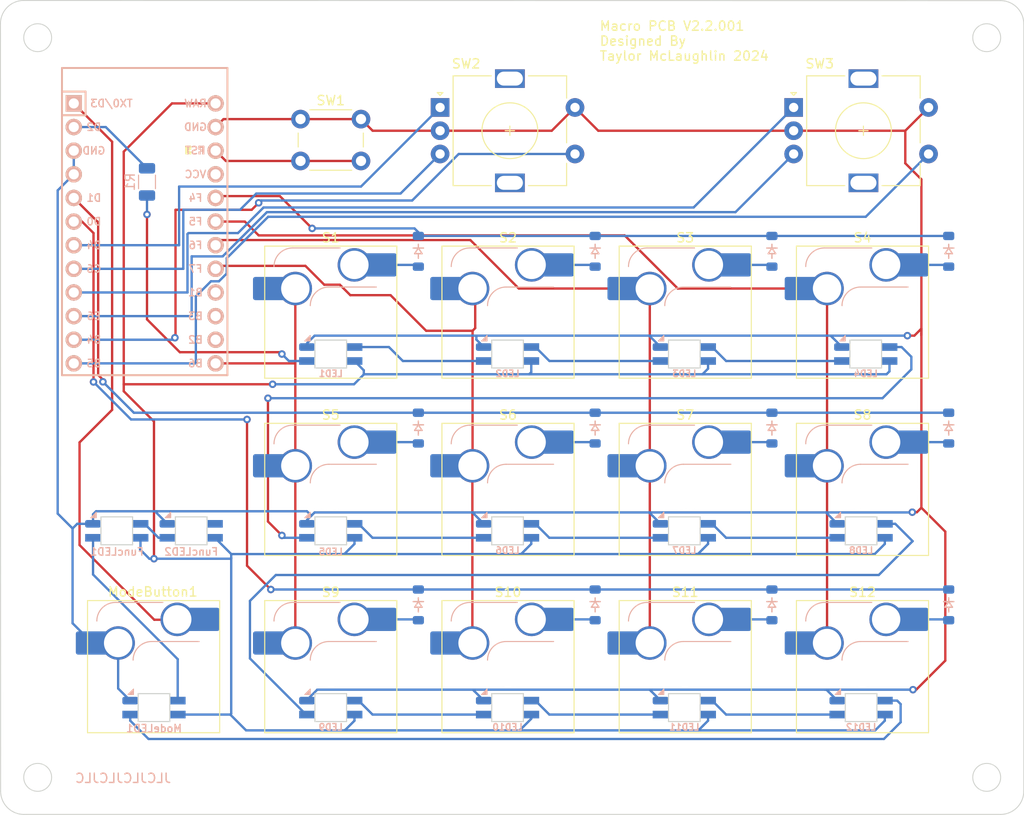
<source format=kicad_pcb>
(kicad_pcb (version 20221018) (generator pcbnew)
  (title_block (title "Macro PCB") (date "2024-04-06") (rev "2.2.001"))
  (layers (0 "F.Cu" signal) (31 "B.Cu" signal) (34 "B.Paste" user) (35 "F.Paste" user) (36 "B.SilkS" user "B.Silkscreen") (37 "F.SilkS" user "F.Silkscreen") (38 "B.Mask" user) (39 "F.Mask" user) (44 "Edge.Cuts" user))
  (net 0 "")
  (net 1 "Row 0")
  (net 2 "Net-(D1-A)")
  (net 3 "Row 1")
  (net 4 "Net-(D2-A)")
  (net 5 "Row 2")
  (net 6 "Net-(D3-A)")
  (net 7 "Net-(D4-A)")
  (net 8 "Net-(D5-A)")
  (net 9 "Net-(D6-A)")
  (net 10 "Net-(D7-A)")
  (net 11 "Net-(D8-A)")
  (net 12 "Net-(D9-A)")
  (net 13 "Net-(D10-A)")
  (net 14 "Net-(D11-A)")
  (net 15 "Net-(D12-A)")
  (net 16 "Net-(LED1-DOUT)")
  (net 17 "GND")
  (net 18 "VBUS")
  (net 19 "Net-(LED4-DOUT)")
  (net 20 "LED Pin")
  (net 21 "Net-(LED5-DOUT)")
  (net 22 "Net-(LED6-DOUT)")
  (net 23 "Net-(LED10-DIN)")
  (net 24 "Net-(LED10-DOUT)")
  (net 25 "Net-(LED11-DOUT)")
  (net 26 "Net-(LED12-DOUT)")
  (net 27 "ModePin")
  (net 28 "Column 0")
  (net 29 "Column 1")
  (net 30 "Column 2")
  (net 31 "Column 3")
  (net 32 "Encoder 1 Pin A")
  (net 33 "Encoder 1 Pin B")
  (net 34 "Encoder 1 Button")
  (net 35 "Encoder 2 Pin A")
  (net 36 "Encoder 2 Pin B")
  (net 37 "Encoder 2 Button")
  (net 38 "Net-(FuncLED1-DOUT)")
  (net 39 "Net-(FuncLED1-DIN)")
  (net 41 "Net-(LED1-DIN)")
  (net 42 "Net-(LED2-DOUT)")
  (net 43 "Net-(LED3-DOUT)")
  (net 44 "Net-(LED7-DOUT)")
  (net 45 "Net-(LED8-DOUT)")
  (net 50 "RST")
  (footprint "Button_Switch_THT:SW_PUSH_6mm_H7.3mm" (layer "F.Cu") (at 79.75 32.75)
    (fp_text reference "SW1")
    (fp_text value "SW_Push")
  )
  (footprint "ScottoKeebs_Hotswap:Hotswap_MX_Plated_1.00u" (layer "F.Cu") (at 121.1 72.55)
    (fp_text reference "S7")
    (fp_text value "Keyswitch")
  )
  (footprint "ScottoKeebs_Hotswap:Hotswap_MX_Plated_1.00u" (layer "F.Cu") (at 83 72.55)
    (fp_text reference "S5")
    (fp_text value "Keyswitch")
  )
  (footprint "Rotary_Encoder:RotaryEncoder_Alps_EC11E-Switch_Vertical_H20mm" (layer "F.Cu") (at 132.75 31.5)
    (fp_text reference "SW3")
    (fp_text value "RotaryEncoder_Switch")
  )
  (footprint "ScottoKeebs_Hotswap:Hotswap_MX_Plated_1.00u" (layer "F.Cu") (at 83 53.5)
    (fp_text reference "S1")
    (fp_text value "Keyswitch")
  )
  (footprint "ScottoKeebs_Hotswap:Hotswap_MX_Plated_1.00u" (layer "F.Cu") (at 102.05 91.6)
    (fp_text reference "S10")
    (fp_text value "Keyswitch")
  )
  (footprint "ScottoKeebs_Hotswap:Hotswap_MX_Plated_1.00u" (layer "F.Cu") (at 140.15 53.5)
    (fp_text reference "S4")
    (fp_text value "Keyswitch")
  )
  (footprint "ScottoKeebs_Hotswap:Hotswap_MX_Plated_1.00u" (layer "F.Cu") (at 63.958 91.6)
    (fp_text reference "ModeButton1")
    (fp_text value "Keyswitch")
  )
  (footprint "Rotary_Encoder:RotaryEncoder_Alps_EC11E-Switch_Vertical_H20mm" (layer "F.Cu") (at 94.75 31.5)
    (fp_text reference "SW2")
    (fp_text value "RotaryEncoder_Switch")
  )
  (footprint "ScottoKeebs_Hotswap:Hotswap_MX_Plated_1.00u" (layer "F.Cu") (at 121.1 91.6)
    (fp_text reference "S11")
    (fp_text value "Keyswitch")
  )
  (footprint "ScottoKeebs_Hotswap:Hotswap_MX_Plated_1.00u" (layer "F.Cu") (at 102.05 72.55)
    (fp_text reference "S6")
    (fp_text value "Keyswitch")
  )
  (footprint "ScottoKeebs_Hotswap:Hotswap_MX_Plated_1.00u" (layer "F.Cu") (at 102.05 53.5)
    (fp_text reference "S2")
    (fp_text value "Keyswitch")
  )
  (footprint "ScottoKeebs_MCU:Arduino_Pro_Micro" (layer "F.Cu") (at 63 45.035)
    (fp_text reference "U2" hide)
    (fp_text value "Arduino_Pro_Micro" hide)
  )
  (footprint "ScottoKeebs_Hotswap:Hotswap_MX_Plated_1.00u" (layer "F.Cu") (at 83 91.6)
    (fp_text reference "S9")
    (fp_text value "Keyswitch")
  )
  (footprint "ScottoKeebs_Hotswap:Hotswap_MX_Plated_1.00u" (layer "F.Cu") (at 140.15 72.55)
    (fp_text reference "S8")
    (fp_text value "Keyswitch")
  )
  (footprint "ScottoKeebs_Hotswap:Hotswap_MX_Plated_1.00u" (layer "F.Cu") (at 140.15 91.6)
    (fp_text reference "S12")
    (fp_text value "Keyswitch")
  )
  (footprint "ScottoKeebs_Hotswap:Hotswap_MX_Plated_1.00u" (layer "F.Cu") (at 121.1 53.5)
    (fp_text reference "S3")
    (fp_text value "Keyswitch")
  )
  (footprint "ScottoKeebs_Components:Diode_SOD-123" (layer "B.Cu") (at 111.415 84.96 -90)
    (fp_text reference "D10" hide)
    (fp_text value "Diode")
  )
  (footprint "ScottoKeebs_Components:LED_SK6812MINI-E" (layer "B.Cu") (at 121 96 180)
    (fp_text reference "LED11")
    (fp_text value "LED_SK6812MINI-E" hide)
    (fp_line (start -1.7 -1.5) (end -1.7 1.5) (stroke (width 0.12)) (layer "Edge.Cuts"))
    (fp_line (start -1.7 1.5) (end 1.7 1.5) (stroke (width 0.12)) (layer "Edge.Cuts"))
    (fp_line (start 1.7 -1.5) (end -1.7 -1.5) (stroke (width 0.12)) (layer "Edge.Cuts"))
    (fp_line (start 1.7 1.5) (end 1.7 -1.5) (stroke (width 0.12)) (layer "Edge.Cuts"))
  )
  (footprint "ScottoKeebs_Components:LED_SK6812MINI-E" (layer "B.Cu") (at 83 77 180)
    (fp_text reference "LED5")
    (fp_text value "LED_SK6812MINI-E" hide)
    (fp_line (start -1.7 -1.5) (end -1.7 1.5) (stroke (width 0.12)) (layer "Edge.Cuts"))
    (fp_line (start -1.7 1.5) (end 1.7 1.5) (stroke (width 0.12)) (layer "Edge.Cuts"))
    (fp_line (start 1.7 -1.5) (end -1.7 -1.5) (stroke (width 0.12)) (layer "Edge.Cuts"))
    (fp_line (start 1.7 1.5) (end 1.7 -1.5) (stroke (width 0.12)) (layer "Edge.Cuts"))
  )
  (footprint "ScottoKeebs_Components:LED_SK6812MINI-E" (layer "B.Cu") (at 102 96 180)
    (fp_text reference "LED10")
    (fp_text value "LED_SK6812MINI-E" hide)
    (fp_line (start -1.7 -1.5) (end -1.7 1.5) (stroke (width 0.12)) (layer "Edge.Cuts"))
    (fp_line (start -1.7 1.5) (end 1.7 1.5) (stroke (width 0.12)) (layer "Edge.Cuts"))
    (fp_line (start 1.7 -1.5) (end -1.7 -1.5) (stroke (width 0.12)) (layer "Edge.Cuts"))
    (fp_line (start 1.7 1.5) (end 1.7 -1.5) (stroke (width 0.12)) (layer "Edge.Cuts"))
  )
  (footprint "ScottoKeebs_Components:LED_SK6812MINI-E" (layer "B.Cu") (at 64 96 180)
    (fp_text reference "ModeLED1")
    (fp_text value "LED_SK6812MINI-E" hide)
    (fp_line (start -1.7 -1.5) (end -1.7 1.5) (stroke (width 0.12)) (layer "Edge.Cuts"))
    (fp_line (start -1.7 1.5) (end 1.7 1.5) (stroke (width 0.12)) (layer "Edge.Cuts"))
    (fp_line (start 1.7 -1.5) (end -1.7 -1.5) (stroke (width 0.12)) (layer "Edge.Cuts"))
    (fp_line (start 1.7 1.5) (end 1.7 -1.5) (stroke (width 0.12)) (layer "Edge.Cuts"))
  )
  (footprint "ScottoKeebs_Components:Diode_SOD-123" (layer "B.Cu") (at 92.415 65.96 -90)
    (fp_text reference "D5" hide)
    (fp_text value "Diode")
  )
  (footprint "Resistor_SMD:R_1206_3216Metric" (layer "B.Cu") (at 63.25 39.5 -90)
    (fp_text reference "R1")
    (fp_text value "Resistor")
  )
  (footprint "ScottoKeebs_Components:LED_SK6812MINI-E" (layer "B.Cu") (at 102 77 180)
    (fp_text reference "LED6")
    (fp_text value "LED_SK6812MINI-E" hide)
    (fp_line (start -1.7 -1.5) (end -1.7 1.5) (stroke (width 0.12)) (layer "Edge.Cuts"))
    (fp_line (start -1.7 1.5) (end 1.7 1.5) (stroke (width 0.12)) (layer "Edge.Cuts"))
    (fp_line (start 1.7 -1.5) (end -1.7 -1.5) (stroke (width 0.12)) (layer "Edge.Cuts"))
    (fp_line (start 1.7 1.5) (end 1.7 -1.5) (stroke (width 0.12)) (layer "Edge.Cuts"))
  )
  (footprint "ScottoKeebs_Components:Diode_SOD-123" (layer "B.Cu") (at 92.415 46.96 -90)
    (fp_text reference "D1" hide)
    (fp_text value "Diode")
  )
  (footprint "ScottoKeebs_Components:Diode_SOD-123" (layer "B.Cu") (at 111.415 46.96 -90)
    (fp_text reference "D2" hide)
    (fp_text value "Diode")
  )
  (footprint "ScottoKeebs_Components:LED_SK6812MINI-E" (layer "B.Cu") (at 121 77 180)
    (fp_text reference "LED7")
    (fp_text value "LED_SK6812MINI-E" hide)
    (fp_line (start -1.7 -1.5) (end -1.7 1.5) (stroke (width 0.12)) (layer "Edge.Cuts"))
    (fp_line (start -1.7 1.5) (end 1.7 1.5) (stroke (width 0.12)) (layer "Edge.Cuts"))
    (fp_line (start 1.7 -1.5) (end -1.7 -1.5) (stroke (width 0.12)) (layer "Edge.Cuts"))
    (fp_line (start 1.7 1.5) (end 1.7 -1.5) (stroke (width 0.12)) (layer "Edge.Cuts"))
  )
  (footprint "ScottoKeebs_Components:Diode_SOD-123" (layer "B.Cu") (at 92.415 84.96 -90)
    (fp_text reference "D9" hide)
    (fp_text value "Diode")
  )
  (footprint "ScottoKeebs_Components:Diode_SOD-123" (layer "B.Cu") (at 111.415 65.96 -90)
    (fp_text reference "D6" hide)
    (fp_text value "Diode")
  )
  (footprint "ScottoKeebs_Components:LED_SK6812MINI-E" (layer "B.Cu") (at 60 77 180)
    (fp_text reference "FuncLED1")
    (fp_text value "LED_SK6812MINI-E" hide)
    (fp_line (start -1.7 -1.5) (end -1.7 1.5) (stroke (width 0.12)) (layer "Edge.Cuts"))
    (fp_line (start -1.7 1.5) (end 1.7 1.5) (stroke (width 0.12)) (layer "Edge.Cuts"))
    (fp_line (start 1.7 -1.5) (end -1.7 -1.5) (stroke (width 0.12)) (layer "Edge.Cuts"))
    (fp_line (start 1.7 1.5) (end 1.7 -1.5) (stroke (width 0.12)) (layer "Edge.Cuts"))
  )
  (footprint "ScottoKeebs_Components:Diode_SOD-123" (layer "B.Cu") (at 149.415 65.96 -90)
    (fp_text reference "D8" hide)
    (fp_text value "Diode")
  )
  (footprint "ScottoKeebs_Components:LED_SK6812MINI-E" (layer "B.Cu") (at 102 58 180)
    (fp_text reference "LED2")
    (fp_text value "LED_SK6812MINI-E" hide)
    (fp_line (start -1.7 -1.5) (end -1.7 1.5) (stroke (width 0.12)) (layer "Edge.Cuts"))
    (fp_line (start -1.7 1.5) (end 1.7 1.5) (stroke (width 0.12)) (layer "Edge.Cuts"))
    (fp_line (start 1.7 -1.5) (end -1.7 -1.5) (stroke (width 0.12)) (layer "Edge.Cuts"))
    (fp_line (start 1.7 1.5) (end 1.7 -1.5) (stroke (width 0.12)) (layer "Edge.Cuts"))
  )
  (footprint "ScottoKeebs_Components:LED_SK6812MINI-E" (layer "B.Cu") (at 83 58 180)
    (fp_text reference "LED1")
    (fp_text value "LED_SK6812MINI-E" hide)
    (fp_line (start -1.7 -1.5) (end -1.7 1.5) (stroke (width 0.12)) (layer "Edge.Cuts"))
    (fp_line (start -1.7 1.5) (end 1.7 1.5) (stroke (width 0.12)) (layer "Edge.Cuts"))
    (fp_line (start 1.7 -1.5) (end -1.7 -1.5) (stroke (width 0.12)) (layer "Edge.Cuts"))
    (fp_line (start 1.7 1.5) (end 1.7 -1.5) (stroke (width 0.12)) (layer "Edge.Cuts"))
  )
  (footprint "ScottoKeebs_Components:LED_SK6812MINI-E" (layer "B.Cu") (at 140.5 58 180)
    (fp_text reference "LED4")
    (fp_text value "LED_SK6812MINI-E" hide)
    (fp_line (start -1.7 -1.5) (end -1.7 1.5) (stroke (width 0.12)) (layer "Edge.Cuts"))
    (fp_line (start -1.7 1.5) (end 1.7 1.5) (stroke (width 0.12)) (layer "Edge.Cuts"))
    (fp_line (start 1.7 -1.5) (end -1.7 -1.5) (stroke (width 0.12)) (layer "Edge.Cuts"))
    (fp_line (start 1.7 1.5) (end 1.7 -1.5) (stroke (width 0.12)) (layer "Edge.Cuts"))
  )
  (footprint "ScottoKeebs_Components:LED_SK6812MINI-E" (layer "B.Cu") (at 121 58 180)
    (fp_text reference "LED3")
    (fp_text value "LED_SK6812MINI-E" hide)
    (fp_line (start -1.7 -1.5) (end -1.7 1.5) (stroke (width 0.12)) (layer "Edge.Cuts"))
    (fp_line (start -1.7 1.5) (end 1.7 1.5) (stroke (width 0.12)) (layer "Edge.Cuts"))
    (fp_line (start 1.7 -1.5) (end -1.7 -1.5) (stroke (width 0.12)) (layer "Edge.Cuts"))
    (fp_line (start 1.7 1.5) (end 1.7 -1.5) (stroke (width 0.12)) (layer "Edge.Cuts"))
  )
  (footprint "ScottoKeebs_Components:LED_SK6812MINI-E" (layer "B.Cu") (at 68 77 180)
    (fp_text reference "FuncLED2")
    (fp_text value "LED_SK6812MINI-E" hide)
    (fp_line (start -1.7 -1.5) (end -1.7 1.5) (stroke (width 0.12)) (layer "Edge.Cuts"))
    (fp_line (start -1.7 1.5) (end 1.7 1.5) (stroke (width 0.12)) (layer "Edge.Cuts"))
    (fp_line (start 1.7 -1.5) (end -1.7 -1.5) (stroke (width 0.12)) (layer "Edge.Cuts"))
    (fp_line (start 1.7 1.5) (end 1.7 -1.5) (stroke (width 0.12)) (layer "Edge.Cuts"))
  )
  (footprint "ScottoKeebs_Components:LED_SK6812MINI-E" (layer "B.Cu") (at 83 96 180)
    (fp_text reference "LED9")
    (fp_text value "LED_SK6812MINI-E" hide)
    (fp_line (start -1.7 -1.5) (end -1.7 1.5) (stroke (width 0.12)) (layer "Edge.Cuts"))
    (fp_line (start -1.7 1.5) (end 1.7 1.5) (stroke (width 0.12)) (layer "Edge.Cuts"))
    (fp_line (start 1.7 -1.5) (end -1.7 -1.5) (stroke (width 0.12)) (layer "Edge.Cuts"))
    (fp_line (start 1.7 1.5) (end 1.7 -1.5) (stroke (width 0.12)) (layer "Edge.Cuts"))
  )
  (footprint "ScottoKeebs_Components:Diode_SOD-123" (layer "B.Cu") (at 130.415 84.96 -90)
    (fp_text reference "D11" hide)
    (fp_text value "Diode")
  )
  (footprint "ScottoKeebs_Components:Diode_SOD-123" (layer "B.Cu") (at 149.415 46.96 -90)
    (fp_text reference "D4" hide)
    (fp_text value "Diode")
  )
  (footprint "ScottoKeebs_Components:LED_SK6812MINI-E" (layer "B.Cu") (at 140 96 180)
    (fp_text reference "LED12")
    (fp_text value "LED_SK6812MINI-E" hide)
    (fp_line (start -1.7 -1.5) (end -1.7 1.5) (stroke (width 0.12)) (layer "Edge.Cuts"))
    (fp_line (start -1.7 1.5) (end 1.7 1.5) (stroke (width 0.12)) (layer "Edge.Cuts"))
    (fp_line (start 1.7 -1.5) (end -1.7 -1.5) (stroke (width 0.12)) (layer "Edge.Cuts"))
    (fp_line (start 1.7 1.5) (end 1.7 -1.5) (stroke (width 0.12)) (layer "Edge.Cuts"))
  )
  (footprint "ScottoKeebs_Components:LED_SK6812MINI-E" (layer "B.Cu") (at 140 77 180)
    (fp_text reference "LED8")
    (fp_text value "LED_SK6812MINI-E" hide)
    (fp_line (start -1.7 -1.5) (end -1.7 1.5) (stroke (width 0.12)) (layer "Edge.Cuts"))
    (fp_line (start -1.7 1.5) (end 1.7 1.5) (stroke (width 0.12)) (layer "Edge.Cuts"))
    (fp_line (start 1.7 -1.5) (end -1.7 -1.5) (stroke (width 0.12)) (layer "Edge.Cuts"))
    (fp_line (start 1.7 1.5) (end 1.7 -1.5) (stroke (width 0.12)) (layer "Edge.Cuts"))
  )
  (footprint "ScottoKeebs_Components:Diode_SOD-123" (layer "B.Cu") (at 149.415 84.96 -90)
    (fp_text reference "D12" hide)
    (fp_text value "Diode")
  )
  (footprint "ScottoKeebs_Components:Diode_SOD-123" (layer "B.Cu") (at 130.415 65.96 -90)
    (fp_text reference "D7" hide)
    (fp_text value "Diode")
  )
  (footprint "ScottoKeebs_Components:Diode_SOD-123" (layer "B.Cu") (at 130.415 46.96 -90)
    (fp_text reference "D3" hide)
    (fp_text value "Diode")
  )
  (gr_circle (center 153.5 24) (end 152 24) (stroke (width 0.1)) (fill none) (layer "Edge.Cuts"))
  (gr_line (start 50.017767 107.482233) (end 154.982233 107.482233) (stroke (width 0.1)) (layer "Edge.Cuts"))
  (gr_circle (center 51.5 24) (end 50 24) (stroke (width 0.1)) (fill none) (layer "Edge.Cuts"))
  (gr_circle (center 51.5 103.5) (end 50 103.5) (stroke (width 0.1)) (fill none) (layer "Edge.Cuts"))
  (gr_line (start 47.5 22.5) (end 47.517767 104.982233) (stroke (width 0.1)) (layer "Edge.Cuts"))
  (gr_arc (start 154.982233 20.017767) (mid 156.75 20.75) (end 157.482233 22.517767) (stroke (width 0.1)) (layer "Edge.Cuts"))
  (gr_line (start 157.482233 104.982233) (end 157.482233 22.517767) (stroke (width 0.1)) (layer "Edge.Cuts"))
  (gr_arc (start 47.5 22.5) (mid 48.232233 20.732233) (end 50 20) (stroke (width 0.1)) (layer "Edge.Cuts"))
  (gr_arc (start 157.482233 104.982233) (mid 156.75 106.75) (end 154.982233 107.482233) (stroke (width 0.1)) (layer "Edge.Cuts"))
  (gr_arc (start 50.017767 107.482233) (mid 48.25 106.75) (end 47.517767 104.982233) (stroke (width 0.1)) (layer "Edge.Cuts"))
  (gr_circle (center 153.5 103.5) (end 152 103.5) (stroke (width 0.1)) (fill none) (layer "Edge.Cuts"))
  (gr_line (start 154.982233 20.017767) (end 50 20) (stroke (width 0.1)) (layer "Edge.Cuts"))
  (gr_text "JLCJLCJLCJLC" (at 65.925 104.175) (layer "B.SilkS") (effects (font (size 1 1)) (justify left bottom mirror)))
  (gr_text "Macro PCB V2.2.001\nDesigned By \nTaylor McLaughlin 2024" (at 111.825 26.55) (layer "F.SilkS") (effects (font (size 1 1)) (justify left bottom)))
  (segment (start 70.82 41.025) (end 70.62 41.225) (width 0.25) (layer "F.Cu") (net 1))
  (segment (start 77.525 41.025) (end 70.82 41.025) (width 0.25) (layer "F.Cu") (net 1))
  (segment (start 81 44.5) (end 77.525 41.025) (width 0.25) (layer "F.Cu") (net 1))
  (via (at 81 44.5) (size 0.8) (drill 0.4) (layers "F.Cu" "B.Cu") (net 1))
  (segment (start 92.415 45.31) (end 92.415 44.915) (width 0.25) (layer "B.Cu") (net 1))
  (segment (start 130.415 45.31) (end 111.415 45.31) (width 0.25) (layer "B.Cu") (net 1))
  (segment (start 92 44.5) (end 81 44.5) (width 0.25) (layer "B.Cu") (net 1))
  (segment (start 149.415 45.31) (end 130.415 45.31) (width 0.25) (layer "B.Cu") (net 1))
  (segment (start 92.415 44.915) (end 92 44.5) (width 0.25) (layer "B.Cu") (net 1))
  (segment (start 111.415 45.31) (end 92.415 45.31) (width 0.25) (layer "B.Cu") (net 1))
  (segment (start 92.225 48.42) (end 92.415 48.61) (width 0.25) (layer "B.Cu") (net 2))
  (segment (start 88.32 48.42) (end 92.225 48.42) (width 0.25) (layer "B.Cu") (net 2))
  (segment (start 88.32 48.42) (end 85.54 48.42) (width 0.25) (layer "B.Cu") (net 2))
  (segment (start 58.512299 60.762299) (end 58.512299 60.987701) (width 0.25) (layer "F.Cu") (net 3))
  (segment (start 55.38 41.225) (end 58 43.845) (width 0.25) (layer "F.Cu") (net 3))
  (segment (start 58 60.25) (end 58.512299 60.762299) (width 0.25) (layer "F.Cu") (net 3))
  (segment (start 58 43.845) (end 58 60.25) (width 0.25) (layer "F.Cu") (net 3))
  (via (at 58.512299 60.987701) (size 0.8) (drill 0.4) (layers "F.Cu" "B.Cu") (net 3))
  (segment (start 111.415 64.31) (end 92.415 64.31) (width 0.25) (layer "B.Cu") (net 3))
  (segment (start 58.512299 60.987701) (end 61.834598 64.31) (width 0.25) (layer "B.Cu") (net 3))
  (segment (start 149.415 64.31) (end 130.415 64.31) (width 0.25) (layer "B.Cu") (net 3))
  (segment (start 130.415 64.31) (end 111.415 64.31) (width 0.25) (layer "B.Cu") (net 3))
  (segment (start 61.834598 64.31) (end 92.415 64.31) (width 0.25) (layer "B.Cu") (net 3))
  (segment (start 107.37 48.42) (end 111.225 48.42) (width 0.25) (layer "B.Cu") (net 4))
  (segment (start 107.37 48.42) (end 104.59 48.42) (width 0.25) (layer "B.Cu") (net 4))
  (segment (start 111.225 48.42) (end 111.415 48.61) (width 0.25) (layer "B.Cu") (net 4))
  (segment (start 74 80.75) (end 74 65.0345) (width 0.25) (layer "F.Cu") (net 5))
  (segment (start 76.56 83.31) (end 74 80.75) (width 0.25) (layer "F.Cu") (net 5))
  (segment (start 57.5 45) (end 56.265 43.765) (width 0.25) (layer "F.Cu") (net 5))
  (segment (start 56.265 43.765) (end 55.38 43.765) (width 0.25) (layer "F.Cu") (net 5))
  (segment (start 57.5 61) (end 57.5 45) (width 0.25) (layer "F.Cu") (net 5))
  (via (at 74 65.0345) (size 0.8) (drill 0.4) (layers "F.Cu" "B.Cu") (net 5))
  (via (at 76.56 83.31) (size 0.8) (drill 0.4) (layers "F.Cu" "B.Cu") (net 5))
  (via (at 57.5 61) (size 0.8) (drill 0.4) (layers "F.Cu" "B.Cu") (net 5))
  (segment (start 111.415 83.31) (end 92.415 83.31) (width 0.25) (layer "B.Cu") (net 5))
  (segment (start 61.5345 65.0345) (end 57.5 61) (width 0.25) (layer "B.Cu") (net 5))
  (segment (start 76.56 83.31) (end 92.415 83.31) (width 0.25) (layer "B.Cu") (net 5))
  (segment (start 149.415 83.31) (end 130.415 83.31) (width 0.25) (layer "B.Cu") (net 5))
  (segment (start 74 65.0345) (end 61.5345 65.0345) (width 0.25) (layer "B.Cu") (net 5))
  (segment (start 130.415 83.31) (end 111.415 83.31) (width 0.25) (layer "B.Cu") (net 5))
  (segment (start 126.42 48.42) (end 130.225 48.42) (width 0.25) (layer "B.Cu") (net 6))
  (segment (start 126.42 48.42) (end 123.64 48.42) (width 0.25) (layer "B.Cu") (net 6))
  (segment (start 130.225 48.42) (end 130.415 48.61) (width 0.25) (layer "B.Cu") (net 6))
  (segment (start 149.225 48.42) (end 149.415 48.61) (width 0.25) (layer "B.Cu") (net 7))
  (segment (start 145.47 48.42) (end 149.225 48.42) (width 0.25) (layer "B.Cu") (net 7))
  (segment (start 145.47 48.42) (end 142.69 48.42) (width 0.25) (layer "B.Cu") (net 7))
  (segment (start 85.54 67.47) (end 88.32 67.47) (width 0.25) (layer "B.Cu") (net 8))
  (segment (start 92.275 67.47) (end 92.415 67.61) (width 0.25) (layer "B.Cu") (net 8))
  (segment (start 88.32 67.47) (end 92.275 67.47) (width 0.25) (layer "B.Cu") (net 8))
  (segment (start 111.275 67.47) (end 111.415 67.61) (width 0.25) (layer "B.Cu") (net 9))
  (segment (start 107.37 67.47) (end 104.59 67.47) (width 0.25) (layer "B.Cu") (net 9))
  (segment (start 107.37 67.47) (end 111.275 67.47) (width 0.25) (layer "B.Cu") (net 9))
  (segment (start 130.275 67.47) (end 130.415 67.61) (width 0.25) (layer "B.Cu") (net 10))
  (segment (start 126.42 67.47) (end 130.275 67.47) (width 0.25) (layer "B.Cu") (net 10))
  (segment (start 126.42 67.47) (end 123.64 67.47) (width 0.25) (layer "B.Cu") (net 10))
  (segment (start 145.47 67.47) (end 142.69 67.47) (width 0.25) (layer "B.Cu") (net 11))
  (segment (start 145.47 67.47) (end 149.275 67.47) (width 0.25) (layer "B.Cu") (net 11))
  (segment (start 149.275 67.47) (end 149.415 67.61) (width 0.25) (layer "B.Cu") (net 11))
  (segment (start 88.32 86.52) (end 92.325 86.52) (width 0.25) (layer "B.Cu") (net 12))
  (segment (start 85.54 86.52) (end 88.32 86.52) (width 0.25) (layer "B.Cu") (net 12))
  (segment (start 92.325 86.52) (end 92.415 86.61) (width 0.25) (layer "B.Cu") (net 12))
  (segment (start 107.37 86.52) (end 111.325 86.52) (width 0.25) (layer "B.Cu") (net 13))
  (segment (start 111.325 86.52) (end 111.415 86.61) (width 0.25) (layer "B.Cu") (net 13))
  (segment (start 107.37 86.52) (end 104.59 86.52) (width 0.25) (layer "B.Cu") (net 13))
  (segment (start 130.325 86.52) (end 130.415 86.61) (width 0.25) (layer "B.Cu") (net 14))
  (segment (start 126.42 86.52) (end 130.325 86.52) (width 0.25) (layer "B.Cu") (net 14))
  (segment (start 126.42 86.52) (end 123.64 86.52) (width 0.25) (layer "B.Cu") (net 14))
  (segment (start 149.325 86.52) (end 149.415 86.61) (width 0.25) (layer "B.Cu") (net 15))
  (segment (start 145.47 86.52) (end 142.69 86.52) (width 0.25) (layer "B.Cu") (net 15))
  (segment (start 145.47 86.52) (end 149.325 86.52) (width 0.25) (layer "B.Cu") (net 15))
  (segment (start 85.55 57.25) (end 89.25 57.25) (width 0.25) (layer "B.Cu") (net 16))
  (segment (start 90.75 58.75) (end 99.45 58.75) (width 0.25) (layer "B.Cu") (net 16))
  (segment (start 89.25 57.25) (end 90.75 58.75) (width 0.25) (layer "B.Cu") (net 16))
  (segment (start 144.975 56.025) (end 145.725 56.025) (width 0.25) (layer "F.Cu") (net 17))
  (segment (start 94.75 34) (end 87.5 34) (width 0.25) (layer "F.Cu") (net 17))
  (segment (start 146.48 55.27) (end 146.48 39.23) (width 0.25) (layer "F.Cu") (net 17))
  (segment (start 71.475 32.75) (end 70.62 33.605) (width 0.25) (layer "F.Cu") (net 17))
  (segment (start 87.5 34) (end 86.25 32.75) (width 0.25) (layer "F.Cu") (net 17))
  (segment (start 144.75 37.5) (end 144.75 34) (width 0.25) (layer "F.Cu") (net 17))
  (segment (start 132.75 34) (end 111.75 34) (width 0.25) (layer "F.Cu") (net 17))
  (segment (start 109.25 31.5) (end 106.75 34) (width 0.25) (layer "F.Cu") (net 17))
  (segment (start 145.725 56.025) (end 146.48 55.27) (width 0.25) (layer "F.Cu") (net 17))
  (segment (start 145.925 94.075) (end 149.05 90.95) (width 0.25) (layer "F.Cu") (net 17))
  (segment (start 106.75 34) (end 94.75 34) (width 0.25) (layer "F.Cu") (net 17))
  (segment (start 146.48 56) (end 146.48 55.27) (width 0.25) (layer "F.Cu") (net 17))
  (segment (start 146 75) (end 145.5 75) (width 0.25) (layer "F.Cu") (net 17))
  (segment (start 111.75 34) (end 109.25 31.5) (width 0.25) (layer "F.Cu") (net 17))
  (segment (start 149.05 77.09) (end 146.48 74.52) (width 0.25) (layer "F.Cu") (net 17))
  (segment (start 146.48 55.27) (end 146.48 74.52) (width 0.25) (layer "F.Cu") (net 17))
  (segment (start 144.75 34) (end 132.75 34) (width 0.25) (layer "F.Cu") (net 17))
  (segment (start 149.05 90.95) (end 149.05 77.09) (width 0.25) (layer "F.Cu") (net 17))
  (segment (start 146.48 39.23) (end 144.75 37.5) (width 0.25) (layer "F.Cu") (net 17))
  (segment (start 79.75 32.75) (end 71.475 32.75) (width 0.25) (layer "F.Cu") (net 17))
  (segment (start 146.48 74.52) (end 146 75) (width 0.25) (layer "F.Cu") (net 17))
  (segment (start 86.25 32.75) (end 79.75 32.75) (width 0.25) (layer "F.Cu") (net 17))
  (segment (start 147.25 31.5) (end 144.75 34) (width 0.25) (layer "F.Cu") (net 17))
  (segment (start 145.575 94.075) (end 145.925 94.075) (width 0.25) (layer "F.Cu") (net 17))
  (via (at 145.575 94.075) (size 0.8) (drill 0.4) (layers "F.Cu" "B.Cu") (net 17))
  (via (at 145.5 75) (size 0.8) (drill 0.4) (layers "F.Cu" "B.Cu") (net 17))
  (via (at 144.975 56.025) (size 0.8) (drill 0.4) (layers "F.Cu" "B.Cu") (net 17))
  (segment (start 80.45 57.25) (end 80.45 56.84) (width 0.25) (layer "B.Cu") (net 17))
  (segment (start 99.45 76.25) (end 98.225 75.025) (width 0.25) (layer "B.Cu") (net 17))
  (segment (start 145.575 94.075) (end 136.1 94.075) (width 0.25) (layer "B.Cu") (net 17))
  (segment (start 55.75 76.25) (end 57.45 76.25) (width 0.25) (layer "B.Cu") (net 17))
  (segment (start 55.25 76.75) (end 55.75 76.25) (width 0.25) (layer "B.Cu") (net 17))
  (segment (start 80.45 95.173223) (end 81.548223 94.075) (width 0.25) (layer "B.Cu") (net 17))
  (segment (start 53.65 40.415) (end 53.65 75.15) (width 0.25) (layer "B.Cu") (net 17))
  (segment (start 80.45 76.25) (end 80.45 75.84) (width 0.25) (layer "B.Cu") (net 17))
  (segment (start 98.225 75.025) (end 117.225 75.025) (width 0.25) (layer "B.Cu") (net 17))
  (segment (start 137.45 76.25) (end 136.25 75.05) (width 0.25) (layer "B.Cu") (net 17))
  (segment (start 81.265 75.025) (end 98.225 75.025) (width 0.25) (layer "B.Cu") (net 17))
  (segment (start 136.25 75.05) (end 136.25 75.025) (width 0.25) (layer "B.Cu") (net 17))
  (segment (start 99.45 57.25) (end 98.65 56.45) (width 0.25) (layer "B.Cu") (net 17))
  (segment (start 136.25 75.025) (end 145.475 75.025) (width 0.25) (layer "B.Cu") (net 17))
  (segment (start 80.915 75.375) (end 81.265 75.025) (width 0.25) (layer "B.Cu") (net 17))
  (segment (start 80.45 95.25) (end 80.45 95.173223) (width 0.25) (layer "B.Cu") (net 17))
  (segment (start 117.225 56.025) (end 136.725 56.025) (width 0.25) (layer "B.Cu") (net 17))
  (segment (start 57.373 89.06) (end 55.25 86.937) (width 0.25) (layer "B.Cu") (net 17))
  (segment (start 117.45 94.25) (end 118.45 95.25) (width 0.25) (layer "B.Cu") (net 17))
  (segment (start 136.45 94.25) (end 137.45 95.25) (width 0.25) (layer "B.Cu") (net 17))
  (segment (start 61.45 95.25) (end 60.148 93.948) (width 0.25) (layer "B.Cu") (net 17))
  (segment (start 145.475 75.025) (end 145.5 75) (width 0.25) (layer "B.Cu") (net 17))
  (segment (start 98.275 94.075) (end 117.275 94.075) (width 0.25) (layer "B.Cu") (net 17))
  (segment (start 57.45 75.225) (end 57.775 74.9) (width 0.25) (layer "B.Cu") (net 17))
  (segment (start 136.725 56.025) (end 136.95 56.25) (width 0.25) (layer "B.Cu") (net 17))
  (segment (start 57.775 74.9) (end 80.44 74.9) (width 0.25) (layer "B.Cu") (net 17))
  (segment (start 118.45 57.25) (end 117.225 56.025) (width 0.25) (layer "B.Cu") (net 17))
  (segment (start 55.38 36.145) (end 55.38 38.685) (width 0.25) (layer "B.Cu") (net 17))
  (segment (start 118.45 76.25) (end 117.225 75.025) (width 0.25) (layer "B.Cu") (net 17))
  (segment (start 80.45 56.84) (end 81.265 56.025) (width 0.25) (layer "B.Cu") (net 17))
  (segment (start 81.548223 94.075) (end 98.275 94.075) (width 0.25) (layer "B.Cu") (net 17))
  (segment (start 60.148 89.06) (end 57.373 89.06) (width 0.25) (layer "B.Cu") (net 17))
  (segment (start 53.65 75.15) (end 55.25 76.75) (width 0.25) (layer "B.Cu") (net 17))
  (segment (start 117.275 94.075) (end 117.45 94.25) (width 0.25) (layer "B.Cu") (net 17))
  (segment (start 98.65 56.45) (end 98.65 56.025) (width 0.25) (layer "B.Cu") (net 17))
  (segment (start 98.65 56.025) (end 117.225 56.025) (width 0.25) (layer "B.Cu") (net 17))
  (segment (start 136.275 94.075) (end 136.45 94.25) (width 0.25) (layer "B.Cu") (net 17))
  (segment (start 64.275 75.075) (end 65.45 76.25) (width 0.25) (layer "B.Cu") (net 17))
  (segment (start 55.25 86.937) (end 55.25 76.75) (width 0.25) (layer "B.Cu") (net 17))
  (segment (start 80.44 74.9) (end 80.915 75.375) (width 0.25) (layer "B.Cu") (net 17))
  (segment (start 98.275 94.075) (end 98.45 94.25) (width 0.25) (layer "B.Cu") (net 17))
  (segment (start 55.38 38.685) (end 53.65 40.415) (width 0.25) (layer "B.Cu") (net 17))
  (segment (start 60.148 93.948) (end 60.148 89.06) (width 0.25) (layer "B.Cu") (net 17))
  (segment (start 80.45 75.84) (end 80.915 75.375) (width 0.25) (layer "B.Cu") (net 17))
  (segment (start 64.275 74.9) (end 64.275 75.075) (width 0.25) (layer "B.Cu") (net 17))
  (segment (start 117.275 94.075) (end 136.275 94.075) (width 0.25) (layer "B.Cu") (net 17))
  (segment (start 136.95 56.25) (end 137.95 57.25) (width 0.25) (layer "B.Cu") (net 17))
  (segment (start 98.45 94.25) (end 99.45 95.25) (width 0.25) (layer "B.Cu") (net 17))
  (segment (start 117.225 75.025) (end 136.25 75.025) (width 0.25) (layer "B.Cu") (net 17))
  (segment (start 81.265 56.025) (end 98.65 56.025) (width 0.25) (layer "B.Cu") (net 17))
  (segment (start 57.45 76.25) (end 57.45 75.225) (width 0.25) (layer "B.Cu") (net 17))
  (segment (start 136.725 56.025) (end 144.975 56.025) (width 0.25) (layer "B.Cu") (net 17))
  (segment (start 60.75 61.25) (end 76.75 61.25) (width 0.25) (layer "F.Cu") (net 18))
  (segment (start 65.935 31.065) (end 60.75 36.25) (width 0.25) (layer "F.Cu") (net 18))
  (segment (start 60.75 61.25) (end 60.75 62) (width 0.25) (layer "F.Cu") (net 18))
  (segment (start 60.75 62) (end 64 65.25) (width 0.25) (layer "F.Cu") (net 18))
  (segment (start 60.75 36.25) (end 60.75 61.25) (width 0.25) (layer "F.Cu") (net 18))
  (segment (start 64 65.25) (end 64 80) (width 0.25) (layer "F.Cu") (net 18))
  (segment (start 70.62 31.065) (end 65.935 31.065) (width 0.25) (layer "F.Cu") (net 18))
  (via (at 64 80) (size 0.8) (drill 0.4) (layers "F.Cu" "B.Cu") (net 18))
  (via (at 76.75 61.25) (size 0.8) (drill 0.4) (layers "F.Cu" "B.Cu") (net 18))
  (segment (start 76.75 61.25) (end 85.5 61.25) (width 0.25) (layer "B.Cu") (net 18))
  (segment (start 72.3 79.5) (end 70.55 77.75) (width 0.25) (layer "B.Cu") (net 18))
  (segment (start 84.96 79) (end 85.55 78.41) (width 0.25) (layer "B.Cu") (net 18))
  (segment (start 123.55 58.75) (end 123.55 59.575) (width 0.25) (layer "B.Cu") (net 18))
  (segment (start 122.51 98.45) (end 123.021612 97.938388) (width 0.25) (layer "B.Cu") (net 18))
  (segment (start 72.3 96.65) (end 72.2 96.75) (width 0.25) (layer "B.Cu") (net 18))
  (segment (start 64 80) (end 72.25 80) (width 0.25) (layer "B.Cu") (net 18))
  (segment (start 103.3 98.45) (end 103.75 98) (width 0.25) (layer "B.Cu") (net 18))
  (segment (start 122.95 60.175) (end 104.325 60.175) (width 0.25) (layer "B.Cu") (net 18))
  (segment (start 142.55 78.41) (end 142.55 77.75) (width 0.25) (layer "B.Cu") (net 18))
  (segment (start 104.55 58.75) (end 104.55 59.95) (width 0.25) (layer "B.Cu") (net 18))
  (segment (start 72.3 79.5) (end 72.3 79.95) (width 0.25) (layer "B.Cu") (net 18))
  (segment (start 104.325 60.175) (end 86.575 60.175) (width 0.25) (layer "B.Cu") (net 18))
  (segment (start 141.46 79.5) (end 142.55 78.41) (width 0.25) (layer "B.Cu") (net 18))
  (segment (start 63.5 80) (end 62.5 79) (width 0.25) (layer "B.Cu") (net 18))
  (segment (start 103.96 79) (end 104.55 78.41) (width 0.25) (layer "B.Cu") (net 18))
  (segment (start 72.2 96.75) (end 66.55 96.75) (width 0.25) (layer "B.Cu") (net 18))
  (segment (start 72.3 79.95) (end 72.3 96.65) (width 0.25) (layer "B.Cu") (net 18))
  (segment (start 103.46 79.5) (end 103.96 79) (width 0.25) (layer "B.Cu") (net 18))
  (segment (start 64 80) (end 63.5 80) (width 0.25) (layer "B.Cu") (net 18))
  (segment (start 84.625 98.45) (end 103.3 98.45) (width 0.25) (layer "B.Cu") (net 18))
  (segment (start 123.55 59.575) (end 122.95 60.175) (width 0.25) (layer "B.Cu") (net 18))
  (segment (start 143.05 59.86) (end 142.735 60.175) (width 0.25) (layer "B.Cu") (net 18))
  (segment (start 122.51 98.45) (end 141.51 98.45) (width 0.25) (layer "B.Cu") (net 18))
  (segment (start 103.3 98.45) (end 122.51 98.45) (width 0.25) (layer "B.Cu") (net 18))
  (segment (start 121.7 79.5) (end 141.46 79.5) (width 0.25) (layer "B.Cu") (net 18))
  (segment (start 85.55 97.41) (end 85.55 96.75) (width 0.25) (layer "B.Cu") (net 18))
  (segment (start 62.55 77.75) (end 62.55 78.95) (width 0.25) (layer "B.Cu") (net 18))
  (segment (start 104.55 78.41) (end 104.55 77.75) (width 0.25) (layer "B.Cu") (net 18))
  (segment (start 86.55 60.2) (end 86.55 59.75) (width 0.25) (layer "B.Cu") (net 18))
  (segment (start 123.55 78.41) (end 123.55 77.75) (width 0.25) (layer "B.Cu") (net 18))
  (segment (start 104.55 97.2) (end 103.75 98) (width 0.25) (layer "B.Cu") (net 18))
  (segment (start 142.735 60.175) (end 122.95 60.175) (width 0.25) (layer "B.Cu") (net 18))
  (segment (start 122.96 79) (end 123.55 78.41) (width 0.25) (layer "B.Cu") (net 18))
  (segment (start 73.9 98.45) (end 84.51 98.45) (width 0.25) (layer "B.Cu") (net 18))
  (segment (start 141.51 98.45) (end 142.55 97.41) (width 0.25) (layer "B.Cu") (net 18))
  (segment (start 84.46 79.5) (end 72.3 79.5) (width 0.25) (layer "B.Cu") (net 18))
  (segment (start 85.55 97.41) (end 84.5675 98.3925) (width 0.25) (layer "B.Cu") (net 18))
  (segment (start 84.51 98.45) (end 84.5675 98.3925) (width 0.25) (layer "B.Cu") (net 18))
  (segment (start 85.55 78.41) (end 85.55 77.75) (width 0.25) (layer "B.Cu") (net 18))
  (segment (start 62.55 78.95) (end 62.5 79) (width 0.25) (layer "B.Cu") (net 18))
  (segment (start 85.5 61.25) (end 86.55 60.2) (width 0.25) (layer "B.Cu") (net 18))
  (segment (start 103.46 79.5) (end 122.46 79.5) (width 0.25) (layer "B.Cu") (net 18))
  (segment (start 123.021612 97.938388) (end 123.55 97.41) (width 0.25) (layer "B.Cu") (net 18))
  (segment (start 84.46 79.5) (end 103.46 79.5) (width 0.25) (layer "B.Cu") (net 18))
  (segment (start 123.55 97.41) (end 123.55 96.75) (width 0.25) (layer "B.Cu") (net 18))
  (segment (start 84.46 79.5) (end 84.96 79) (width 0.25) (layer "B.Cu") (net 18))
  (segment (start 72.2 96.75) (end 73.9 98.45) (width 0.25) (layer "B.Cu") (net 18))
  (segment (start 104.55 59.95) (end 104.325 60.175) (width 0.25) (layer "B.Cu") (net 18))
  (segment (start 122.46 79.5) (end 122.96 79) (width 0.25) (layer "B.Cu") (net 18))
  (segment (start 84.5675 98.3925) (end 84.625 98.45) (width 0.25) (layer "B.Cu") (net 18))
  (segment (start 72.3 79.95) (end 72.25 80) (width 0.25) (layer "B.Cu") (net 18))
  (segment (start 85.55 58.75) (end 86.55 59.75) (width 0.25) (layer "B.Cu") (net 18))
  (segment (start 104.55 97.2) (end 104.55 96.75) (width 0.25) (layer "B.Cu") (net 18))
  (segment (start 143.05 58.75) (end 143.05 59.86) (width 0.25) (layer "B.Cu") (net 18))
  (segment (start 142.55 97.41) (end 142.55 96.75) (width 0.25) (layer "B.Cu") (net 18))
  (segment (start 76.25 62.75) (end 76.25 76) (width 0.25) (layer "F.Cu") (net 19))
  (segment (start 76.25 76) (end 77.75 77.5) (width 0.25) (layer "F.Cu") (net 19))
  (via (at 77.75 77.5) (size 0.8) (drill 0.4) (layers "F.Cu" "B.Cu") (net 19))
  (via (at 76.25 62.75) (size 0.8) (drill 0.4) (layers "F.Cu" "B.Cu") (net 19))
  (segment (start 142.3 62.75) (end 76.25 62.75) (width 0.25) (layer "B.Cu") (net 19))
  (segment (start 145.4 59.65) (end 142.3 62.75) (width 0.25) (layer "B.Cu") (net 19))
  (segment (start 144.35 57.25) (end 145.4 58.3) (width 0.25) (layer "B.Cu") (net 19))
  (segment (start 78 77.75) (end 80.45 77.75) (width 0.25) (layer "B.Cu") (net 19))
  (segment (start 145.4 58.3) (end 145.4 59.65) (width 0.25) (layer "B.Cu") (net 19))
  (segment (start 77.75 77.5) (end 78 77.75) (width 0.25) (layer "B.Cu") (net 19))
  (segment (start 143.05 57.25) (end 144.35 57.25) (width 0.25) (layer "B.Cu") (net 19))
  (segment (start 55.38 33.605) (end 58.8175 33.605) (width 0.25) (layer "B.Cu") (net 20))
  (segment (start 58.8175 33.605) (end 63.25 38.0375) (width 0.25) (layer "B.Cu") (net 20))
  (segment (start 85.99 76.25) (end 87.49 77.75) (width 0.25) (layer "B.Cu") (net 21))
  (segment (start 85.55 76.25) (end 85.99 76.25) (width 0.25) (layer "B.Cu") (net 21))
  (segment (start 87.49 77.75) (end 99.45 77.75) (width 0.25) (layer "B.Cu") (net 21))
  (segment (start 104.99 76.25) (end 106.49 77.75) (width 0.25) (layer "B.Cu") (net 22))
  (segment (start 104.55 76.25) (end 104.99 76.25) (width 0.25) (layer "B.Cu") (net 22))
  (segment (start 106.49 77.75) (end 118.45 77.75) (width 0.25) (layer "B.Cu") (net 22))
  (segment (start 87.49 96.75) (end 99.45 96.75) (width 0.25) (layer "B.Cu") (net 23))
  (segment (start 85.99 95.25) (end 87.49 96.75) (width 0.25) (layer "B.Cu") (net 23))
  (segment (start 85.55 95.25) (end 85.99 95.25) (width 0.25) (layer "B.Cu") (net 23))
  (segment (start 104.99 95.25) (end 106.49 96.75) (width 0.25) (layer "B.Cu") (net 24))
  (segment (start 104.55 95.25) (end 104.99 95.25) (width 0.25) (layer "B.Cu") (net 24))
  (segment (start 106.49 96.75) (end 118.45 96.75) (width 0.25) (layer "B.Cu") (net 24))
  (segment (start 125.49 96.75) (end 137.45 96.75) (width 0.25) (layer "B.Cu") (net 25))
  (segment (start 123.55 95.25) (end 123.99 95.25) (width 0.25) (layer "B.Cu") (net 25))
  (segment (start 123.99 95.25) (end 125.49 96.75) (width 0.25) (layer "B.Cu") (net 25))
  (segment (start 144.25 95.625) (end 144.25 97.575) (width 0.25) (layer "B.Cu") (net 26))
  (segment (start 142.55 95.25) (end 143.875 95.25) (width 0.25) (layer "B.Cu") (net 26))
  (segment (start 142.45 99.375) (end 63.415 99.375) (width 0.25) (layer "B.Cu") (net 26))
  (segment (start 61.45 97.41) (end 61.45 96.75) (width 0.25) (layer "B.Cu") (net 26))
  (segment (start 143.875 95.25) (end 144.25 95.625) (width 0.25) (layer "B.Cu") (net 26))
  (segment (start 144.25 97.575) (end 142.45 99.375) (width 0.25) (layer "B.Cu") (net 26))
  (segment (start 63.415 99.375) (end 61.45 97.41) (width 0.25) (layer "B.Cu") (net 26))
  (segment (start 64.029416 86.56) (end 66.458 86.56) (width 0.25) (layer "F.Cu") (net 27))
  (segment (start 56 78.530584) (end 56 67.5) (width 0.25) (layer "F.Cu") (net 27))
  (segment (start 56 67.5) (end 59.5 64) (width 0.25) (layer "F.Cu") (net 27))
  (segment (start 59.5 35.185) (end 55.38 31.065) (width 0.25) (layer "F.Cu") (net 27))
  (segment (start 59.5 64) (end 59.5 35.185) (width 0.25) (layer "F.Cu") (net 27))
  (segment (start 64.029416 86.56) (end 56 78.530584) (width 0.25) (layer "F.Cu") (net 27))
  (segment (start 66.458 86.56) (end 66.498 86.52) (width 0.25) (layer "F.Cu") (net 27))
  (segment (start 69.278 86.52) (end 66.498 86.52) (width 0.25) (layer "B.Cu") (net 27))
  (segment (start 79.19 50.96) (end 79.19 59) (width 0.25) (layer "F.Cu") (net 28))
  (segment (start 79.185 59.005) (end 79.19 59) (width 0.25) (layer "F.Cu") (net 28))
  (segment (start 79.19 70.01) (end 79.19 89.06) (width 0.25) (layer "F.Cu") (net 28))
  (segment (start 79.19 59) (end 79.19 70.01) (width 0.25) (layer "F.Cu") (net 28))
  (segment (start 70.62 59.005) (end 79.185 59.005) (width 0.25) (layer "F.Cu") (net 28))
  (segment (start 79.19 50.96) (end 76.415 50.96) (width 0.25) (layer "B.Cu") (net 28))
  (segment (start 79.19 70.01) (end 76.415 70.01) (width 0.25) (layer "B.Cu") (net 28))
  (segment (start 79.19 89.06) (end 76.415 89.06) (width 0.25) (layer "B.Cu") (net 28))
  (segment (start 80.275 48.525) (end 82.3 50.55) (width 0.25) (layer "F.Cu") (net 29))
  (segment (start 89.425 51.675) (end 93.25 55.5) (width 0.25) (layer "F.Cu") (net 29))
  (segment (start 85.1 51.675) (end 89.425 51.675) (width 0.25) (layer "F.Cu") (net 29))
  (segment (start 98.24 70.01) (end 98.24 55.5) (width 0.25) (layer "F.Cu") (net 29))
  (segment (start 98.24 55.5) (end 98.525 55.215) (width 0.25) (layer "F.Cu") (net 29))
  (segment (start 98.525 51.245) (end 98.24 50.96) (width 0.25) (layer "F.Cu") (net 29))
  (segment (start 70.62 48.845) (end 70.94 48.525) (width 0.25) (layer "F.Cu") (net 29))
  (segment (start 98.22 89.04) (end 98.22 70.03) (width 0.25) (layer "F.Cu") (net 29))
  (segment (start 98.24 89.06) (end 98.22 89.04) (width 0.25) (layer "F.Cu") (net 29))
  (segment (start 98.22 70.03) (end 98.24 70.01) (width 0.25) (layer "F.Cu") (net 29))
  (segment (start 82.3 50.55) (end 83.975 50.55) (width 0.25) (layer "F.Cu") (net 29))
  (segment (start 70.94 48.525) (end 80.275 48.525) (width 0.25) (layer "F.Cu") (net 29))
  (segment (start 83.975 50.55) (end 85.1 51.675) (width 0.25) (layer "F.Cu") (net 29))
  (segment (start 93.25 55.5) (end 98.24 55.5) (width 0.25) (layer "F.Cu") (net 29))
  (segment (start 98.525 55.215) (end 98.525 51.245) (width 0.25) (layer "F.Cu") (net 29))
  (segment (start 95.465 89.06) (end 98.24 89.06) (width 0.25) (layer "B.Cu") (net 29))
  (segment (start 98.24 70.01) (end 95.465 70.01) (width 0.25) (layer "B.Cu") (net 29))
  (segment (start 98.24 50.96) (end 95.465 50.96) (width 0.25) (layer "B.Cu") (net 29))
  (segment (start 103.21 50.96) (end 98 45.75) (width 0.25) (layer "F.Cu") (net 30))
  (segment (start 71.175 45.75) (end 70.62 46.305) (width 0.25) (layer "F.Cu") (net 30))
  (segment (start 117.29 70.01) (end 117.29 89.06) (width 0.25) (layer "F.Cu") (net 30))
  (segment (start 117.29 50.96) (end 103.21 50.96) (width 0.25) (layer "F.Cu") (net 30))
  (segment (start 117.29 50.96) (end 117.29 70.01) (width 0.25) (layer "F.Cu") (net 30))
  (segment (start 98 45.75) (end 71.175 45.75) (width 0.25) (layer "F.Cu") (net 30))
  (segment (start 114.515 89.06) (end 117.29 89.06) (width 0.25) (layer "B.Cu") (net 30))
  (segment (start 117.29 50.96) (end 114.515 50.96) (width 0.25) (layer "B.Cu") (net 30))
  (segment (start 114.515 70.01) (end 117.29 70.01) (width 0.25) (layer "B.Cu") (net 30))
  (segment (start 75.25 45.25) (end 73.765 43.765) (width 0.25) (layer "F.Cu") (net 31))
  (segment (start 136.34 70.01) (end 136.34 89.06) (width 0.25) (layer "F.Cu") (net 31))
  (segment (start 136.34 50.96) (end 136.34 70.01) (width 0.25) (layer "F.Cu") (net 31))
  (segment (start 73.765 43.765) (end 70.62 43.765) (width 0.25) (layer "F.Cu") (net 31))
  (segment (start 114.585204 45.25) (end 75.25 45.25) (width 0.25) (layer "F.Cu") (net 31))
  (segment (start 136.34 50.96) (end 120.295204 50.96) (width 0.25) (layer "F.Cu") (net 31))
  (segment (start 120.295204 50.96) (end 114.585204 45.25) (width 0.25) (layer "F.Cu") (net 31))
  (segment (start 133.565 89.06) (end 136.34 89.06) (width 0.25) (layer "B.Cu") (net 31))
  (segment (start 136.34 50.96) (end 133.565 50.96) (width 0.25) (layer "B.Cu") (net 31))
  (segment (start 136.34 70.01) (end 133.565 70.01) (width 0.25) (layer "B.Cu") (net 31))
  (segment (start 94.75 31.5) (end 86.25 40) (width 0.25) (layer "B.Cu") (net 32))
  (segment (start 66.7 46.305) (end 55.38 46.305) (width 0.25) (layer "B.Cu") (net 32))
  (segment (start 66.7 40) (end 66.7 46.305) (width 0.25) (layer "B.Cu") (net 32))
  (segment (start 86.25 40) (end 66.7 40) (width 0.25) (layer "B.Cu") (net 32))
  (segment (start 94.75 36.5) (end 90.5 40.75) (width 0.25) (layer "B.Cu") (net 33))
  (segment (start 67.15 48.845) (end 55.38 48.845) (width 0.25) (layer "B.Cu") (net 33))
  (segment (start 67.15 42.5) (end 67.15 48.845) (width 0.25) (layer "B.Cu") (net 33))
  (segment (start 90.5 40.75) (end 75 40.75) (width 0.25) (layer "B.Cu") (net 33))
  (segment (start 73.25 42.5) (end 67.15 42.5) (width 0.25) (layer "B.Cu") (net 33))
  (segment (start 75 40.75) (end 73.25 42.5) (width 0.25) (layer "B.Cu") (net 33))
  (segment (start 74.5 42.5) (end 75.25 41.75) (width 0.25) (layer "F.Cu") (net 34))
  (segment (start 66.3137 56.1863) (end 66.3137 42.5) (width 0.25) (layer "F.Cu") (net 34))
  (segment (start 66.25 56.25) (end 66.3137 56.1863) (width 0.25) (layer "F.Cu") (net 34))
  (segment (start 66.3137 42.5) (end 74.5 42.5) (width 0.25) (layer "F.Cu") (net 34))
  (via (at 75.25 41.75) (size 0.8) (drill 0.4) (layers "F.Cu" "B.Cu") (net 34))
  (via (at 66.25 56.25) (size 0.8) (drill 0.4) (layers "F.Cu" "B.Cu") (net 34))
  (segment (start 66.25 56.25) (end 66.035 56.465) (width 0.25) (layer "B.Cu") (net 34))
  (segment (start 96.75 36.5) (end 91.75 41.5) (width 0.25) (layer "B.Cu") (net 34))
  (segment (start 66.035 56.465) (end 55.38 56.465) (width 0.25) (layer "B.Cu") (net 34))
  (segment (start 109.25 36.5) (end 96.75 36.5) (width 0.25) (layer "B.Cu") (net 34))
  (segment (start 75.5 41.5) (end 75.25 41.75) (width 0.25) (layer "B.Cu") (net 34))
  (segment (start 91.75 41.5) (end 77.75 41.5) (width 0.25) (layer "B.Cu") (net 34))
  (segment (start 77.75 41.5) (end 75.5 41.5) (width 0.25) (layer "B.Cu") (net 34))
  (segment (start 122 42.25) (end 75.775305 42.25) (width 0.25) (layer "B.Cu") (net 35))
  (segment (start 132.75 31.5) (end 122 42.25) (width 0.25) (layer "B.Cu") (net 35))
  (segment (start 75.775305 42.25) (end 73.025305 45) (width 0.25) (layer "B.Cu") (net 35))
  (segment (start 67.7037 45) (end 67.6 45.1037) (width 0.25) (layer "B.Cu") (net 35))
  (segment (start 67.6 45.1037) (end 67.6 51.385) (width 0.25) (layer "B.Cu") (net 35))
  (segment (start 73.025305 45) (end 67.7037 45) (width 0.25) (layer "B.Cu") (net 35))
  (segment (start 67.6 51.385) (end 55.38 51.385) (width 0.25) (layer "B.Cu") (net 35))
  (segment (start 68.05 53.925) (end 55.38 53.925) (width 0.25) (layer "B.Cu") (net 36))
  (segment (start 126.5 42.75) (end 76.136396 42.75) (width 0.25) (layer "B.Cu") (net 36))
  (segment (start 76.136396 42.75) (end 71.380096 47.5063) (width 0.25) (layer "B.Cu") (net 36))
  (segment (start 71.380096 47.5063) (end 68.05 47.5063) (width 0.25) (layer "B.Cu") (net 36))
  (segment (start 68.05 47.5063) (end 68.05 53.925) (width 0.25) (layer "B.Cu") (net 36))
  (segment (start 132.75 36.5) (end 126.5 42.75) (width 0.25) (layer "B.Cu") (net 36))
  (segment (start 68.495 59.005) (end 55.38 59.005) (width 0.25) (layer "B.Cu") (net 37))
  (segment (start 68.5 51.806105) (end 68.5 59) (width 0.25) (layer "B.Cu") (net 37))
  (segment (start 147.25 36.5) (end 140.5 43.25) (width 0.25) (layer "B.Cu") (net 37))
  (segment (start 68.5 59) (end 68.495 59.005) (width 0.25) (layer "B.Cu") (net 37))
  (segment (start 71.8213 47.701492) (end 71.8213 49.342595) (width 0.25) (layer "B.Cu") (net 37))
  (segment (start 76.272792 43.25) (end 71.8213 47.701492) (width 0.25) (layer "B.Cu") (net 37))
  (segment (start 140.5 43.25) (end 76.272792 43.25) (width 0.25) (layer "B.Cu") (net 37))
  (segment (start 70.122405 50.1837) (end 68.5 51.806105) (width 0.25) (layer "B.Cu") (net 37))
  (segment (start 71.8213 49.342595) (end 70.980195 50.1837) (width 0.25) (layer "B.Cu") (net 37))
  (segment (start 70.980195 50.1837) (end 70.122405 50.1837) (width 0.25) (layer "B.Cu") (net 37))
  (segment (start 62.55 76.25) (end 62.99 76.25) (width 0.25) (layer "B.Cu") (net 38))
  (segment (start 64.49 77.75) (end 65.45 77.75) (width 0.25) (layer "B.Cu") (net 38))
  (segment (start 62.99 76.25) (end 64.49 77.75) (width 0.25) (layer "B.Cu") (net 38))
  (segment (start 66.55 90.796243) (end 57.45 81.696243) (width 0.25) (layer "B.Cu") (net 39))
  (segment (start 57.45 81.696243) (end 57.45 77.75) (width 0.25) (layer "B.Cu") (net 39))
  (segment (start 66.55 95.25) (end 66.55 90.796243) (width 0.25) (layer "B.Cu") (net 39))
  (segment (start 63.25 54.275305) (end 66.778395 57.8037) (width 0.25) (layer "F.Cu") (net 41))
  (segment (start 66.778395 57.8037) (end 77.5537 57.8037) (width 0.25) (layer "F.Cu") (net 41))
  (segment (start 77.5537 57.8037) (end 77.75 58) (width 0.25) (layer "F.Cu") (net 41))
  (segment (start 63.25 43) (end 63.25 54.275305) (width 0.25) (layer "F.Cu") (net 41))
  (via (at 77.75 58) (size 0.8) (drill 0.4) (layers "F.Cu" "B.Cu") (net 41))
  (via (at 63.25 43) (size 0.8) (drill 0.4) (layers "F.Cu" "B.Cu") (net 41))
  (segment (start 63.25 40.9625) (end 63.25 43) (width 0.25) (layer "B.Cu") (net 41))
  (segment (start 77.75 58) (end 78.5 58.75) (width 0.25) (layer "B.Cu") (net 41))
  (segment (start 78.5 58.75) (end 80.45 58.75) (width 0.25) (layer "B.Cu") (net 41))
  (segment (start 104.55 57.25) (end 105 57.25) (width 0.25) (layer "B.Cu") (net 42))
  (segment (start 105 57.25) (end 106.5 58.75) (width 0.25) (layer "B.Cu") (net 42))
  (segment (start 106.5 58.75) (end 118.45 58.75) (width 0.25) (layer "B.Cu") (net 42))
  (segment (start 125.49 58.75) (end 137.95 58.75) (width 0.25) (layer "B.Cu") (net 43))
  (segment (start 123.55 57.25) (end 123.99 57.25) (width 0.25) (layer "B.Cu") (net 43))
  (segment (start 123.99 57.25) (end 125.49 58.75) (width 0.25) (layer "B.Cu") (net 43))
  (segment (start 123.55 76.25) (end 123.99 76.25) (width 0.25) (layer "B.Cu") (net 44))
  (segment (start 125.49 77.75) (end 137.45 77.75) (width 0.25) (layer "B.Cu") (net 44))
  (segment (start 123.99 76.25) (end 125.49 77.75) (width 0.25) (layer "B.Cu") (net 44))
  (segment (start 74.315 90.720214) (end 80.344786 96.75) (width 0.25) (layer "B.Cu") (net 45))
  (segment (start 74.315 84.529695) (end 74.315 90.720214) (width 0.25) (layer "B.Cu") (net 45))
  (segment (start 143.675 76.25) (end 145.5375 78.1125) (width 0.25) (layer "B.Cu") (net 45))
  (segment (start 145.5375 78.1125) (end 141.9 81.75) (width 0.25) (layer "B.Cu") (net 45))
  (segment (start 141.9 81.75) (end 77.094695 81.75) (width 0.25) (layer "B.Cu") (net 45))
  (segment (start 142.55 76.25) (end 143.675 76.25) (width 0.25) (layer "B.Cu") (net 45))
  (segment (start 77.094695 81.75) (end 74.315 84.529695) (width 0.25) (layer "B.Cu") (net 45))
  (segment (start 80.344786 96.75) (end 80.45 96.75) (width 0.25) (layer "B.Cu") (net 45))
  (segment (start 71.725 37.25) (end 70.62 36.145) (width 0.25) (layer "F.Cu") (net 50))
  (segment (start 79.75 37.25) (end 71.725 37.25) (width 0.25) (layer "F.Cu") (net 50))
  (segment (start 86.25 37.25) (end 79.75 37.25) (width 0.25) (layer "F.Cu") (net 50))
)
</source>
